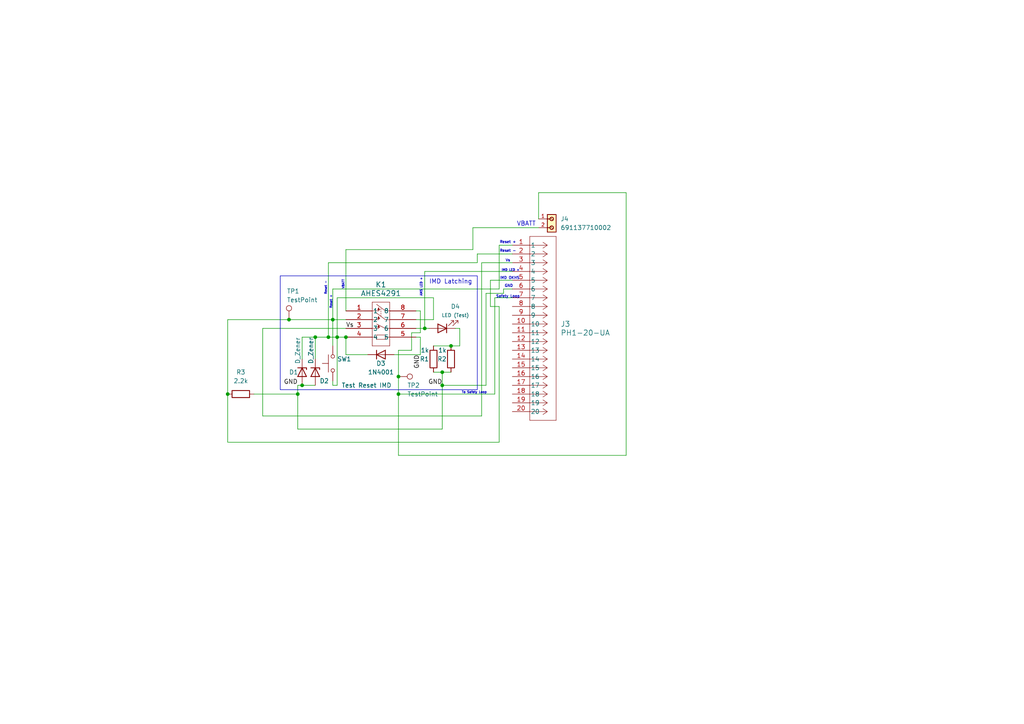
<source format=kicad_sch>
(kicad_sch (version 20231120) (generator "eeschema") (generator_version "8.0")
  (paper "A4")
  (lib_symbols
    (symbol "691137710002:691137710002" (pin_names (offset 1.016))
      (property "Reference" "J" (at -4.88 -0.922 0))
      (symbol "691137710002_0_0"
        (rectangle (start -3.81 -2.54) (end 1.27 0) (stroke (width 0.254)) (fill (type background)))
        (circle (center -2.54 -1.27) (radius 0.508) (stroke (width 0.254)))
        (circle (center 0 -1.27) (radius 0.508) (stroke (width 0.254)))
        (polyline (pts (xy -2.54 -1.778) (xy -2.54 -2.54)) (stroke (width 0.254)))
        (polyline (pts (xy -2.286 -1.016) (xy -2.794 -1.524)) (stroke (width 0.1524)))
        (polyline (pts (xy 0 -1.778) (xy 0 -2.54)) (stroke (width 0.254)))
        (polyline (pts (xy 0.254 -1.016) (xy -0.254 -1.524)) (stroke (width 0.1524)))
        (pin passive line (at -2.54 -5.08 90) (length 2.54) (name "~") (number "1"))
        (pin passive line (at 0 -5.08 90) (length 2.54) (name "~") (number "2"))
      )
    )
    (symbol "Connector:TestPoint" (pin_numbers hide) (pin_names (offset 0.762) hide)
      (property "Reference" "TP" (at 0 6.858 0))
      (property "Value" "TestPoint" (at 0 5.08 0))
      (symbol "TestPoint_0_1"
        (circle (center 0 3.302) (radius 0.762))
      )
      (symbol "TestPoint_1_1"
        (pin passive line (at 0 0 90) (length 2.54) (name "1") (number "1"))
      )
    )
    (symbol "Device:D_Zener" (pin_numbers hide) (pin_names (offset 1.016) hide)
      (property "Reference" "D" (at 0 2.54 0))
      (property "Value" "D_Zener" (at 0 -2.54 0))
      (symbol "D_Zener_0_1"
        (polyline (pts (xy 1.27 0) (xy -1.27 0)))
        (polyline (pts (xy -1.27 -1.27) (xy -1.27 1.27) (xy -0.762 1.27)) (stroke (width 0.254)))
        (polyline (pts (xy 1.27 -1.27) (xy 1.27 1.27) (xy -1.27 0) (xy 1.27 -1.27)) (stroke (width 0.254)))
      )
      (symbol "D_Zener_1_1"
        (pin passive line (at -3.81 0 0) (length 2.54) (name "K") (number "1"))
        (pin passive line (at 3.81 0 180) (length 2.54) (name "A") (number "2"))
      )
    )
    (symbol "Device:LED" (pin_numbers hide) (pin_names (offset 1.016) hide)
      (property "Reference" "D" (at 0 2.54 0))
      (property "Value" "LED" (at 0 -2.54 0))
      (symbol "LED_0_1"
        (polyline (pts (xy -1.27 -1.27) (xy -1.27 1.27)) (stroke (width 0.254)))
        (polyline (pts (xy -1.27 0) (xy 1.27 0)))
        (polyline (pts (xy 1.27 -1.27) (xy 1.27 1.27) (xy -1.27 0) (xy 1.27 -1.27)) (stroke (width 0.254)))
        (polyline (pts (xy -3.048 -0.762) (xy -4.572 -2.286) (xy -3.81 -2.286) (xy -4.572 -2.286) (xy -4.572 -1.524)))
        (polyline (pts (xy -1.778 -0.762) (xy -3.302 -2.286) (xy -2.54 -2.286) (xy -3.302 -2.286) (xy -3.302 -1.524)))
      )
      (symbol "LED_1_1"
        (pin passive line (at -3.81 0 0) (length 2.54) (name "K") (number "1"))
        (pin passive line (at 3.81 0 180) (length 2.54) (name "A") (number "2"))
      )
    )
    (symbol "Device:R" (pin_numbers hide) (pin_names (offset 0))
      (property "Reference" "R" (at 2.032 0 90))
      (property "Value" "R" (at 0 0 90))
      (symbol "R_0_1"
        (rectangle (start -1.016 -2.54) (end 1.016 2.54) (stroke (width 0.254)))
      )
      (symbol "R_1_1"
        (pin passive line (at 0 3.81 270) (length 1.27) (name "~") (number "1"))
        (pin passive line (at 0 -3.81 90) (length 1.27) (name "~") (number "2"))
      )
    )
    (symbol "Diode:1N4001" (pin_numbers hide) (pin_names hide)
      (property "Reference" "D" (at 0 2.54 0))
      (property "Value" "1N4001" (at 0 -2.54 0))
      (symbol "1N4001_0_1"
        (polyline (pts (xy -1.27 1.27) (xy -1.27 -1.27)) (stroke (width 0.254)))
        (polyline (pts (xy 1.27 0) (xy -1.27 0)))
        (polyline (pts (xy 1.27 1.27) (xy 1.27 -1.27) (xy -1.27 0) (xy 1.27 1.27)) (stroke (width 0.254)))
      )
      (symbol "1N4001_1_1"
        (pin passive line (at -3.81 0 0) (length 2.54) (name "K") (number "1"))
        (pin passive line (at 3.81 0 180) (length 2.54) (name "A") (number "2"))
      )
    )
    (symbol "PH1-20-UA:PH1-20-UA" (pin_names (offset 0.254))
      (property "Reference" "J" (at 8.89 6.35 0))
      (property "Value" "PH1-20-UA" (at 0 0 0))
      (symbol "PH1-20-UA_1_1"
        (polyline (pts (xy 5.08 -50.8) (xy 12.7 -50.8)) (stroke (width 0.127)))
        (polyline (pts (xy 5.08 2.54) (xy 5.08 -50.8)) (stroke (width 0.127)))
        (polyline (pts (xy 10.16 -48.26) (xy 5.08 -48.26)) (stroke (width 0.127)))
        (polyline (pts (xy 10.16 -48.26) (xy 8.89 -49.1067)) (stroke (width 0.127)))
        (polyline (pts (xy 10.16 -48.26) (xy 8.89 -47.4133)) (stroke (width 0.127)))
        (polyline (pts (xy 10.16 -45.72) (xy 5.08 -45.72)) (stroke (width 0.127)))
        (polyline (pts (xy 10.16 -45.72) (xy 8.89 -46.5667)) (stroke (width 0.127)))
        (polyline (pts (xy 10.16 -45.72) (xy 8.89 -44.8733)) (stroke (width 0.127)))
        (polyline (pts (xy 10.16 -43.18) (xy 5.08 -43.18)) (stroke (width 0.127)))
        (polyline (pts (xy 10.16 -43.18) (xy 8.89 -44.0267)) (stroke (width 0.127)))
        (polyline (pts (xy 10.16 -43.18) (xy 8.89 -42.3333)) (stroke (width 0.127)))
        (polyline (pts (xy 10.16 -40.64) (xy 5.08 -40.64)) (stroke (width 0.127)))
        (polyline (pts (xy 10.16 -40.64) (xy 8.89 -41.4867)) (stroke (width 0.127)))
        (polyline (pts (xy 10.16 -40.64) (xy 8.89 -39.7933)) (stroke (width 0.127)))
        (polyline (pts (xy 10.16 -38.1) (xy 5.08 -38.1)) (stroke (width 0.127)))
        (polyline (pts (xy 10.16 -38.1) (xy 8.89 -38.9467)) (stroke (width 0.127)))
        (polyline (pts (xy 10.16 -38.1) (xy 8.89 -37.2533)) (stroke (width 0.127)))
        (polyline (pts (xy 10.16 -35.56) (xy 5.08 -35.56)) (stroke (width 0.127)))
        (polyline (pts (xy 10.16 -35.56) (xy 8.89 -36.4067)) (stroke (width 0.127)))
        (polyline (pts (xy 10.16 -35.56) (xy 8.89 -34.7133)) (stroke (width 0.127)))
        (polyline (pts (xy 10.16 -33.02) (xy 5.08 -33.02)) (stroke (width 0.127)))
        (polyline (pts (xy 10.16 -33.02) (xy 8.89 -33.8667)) (stroke (width 0.127)))
        (polyline (pts (xy 10.16 -33.02) (xy 8.89 -32.1733)) (stroke (width 0.127)))
        (polyline (pts (xy 10.16 -30.48) (xy 5.08 -30.48)) (stroke (width 0.127)))
        (polyline (pts (xy 10.16 -30.48) (xy 8.89 -31.3267)) (stroke (width 0.127)))
        (polyline (pts (xy 10.16 -30.48) (xy 8.89 -29.6333)) (stroke (width 0.127)))
        (polyline (pts (xy 10.16 -27.94) (xy 5.08 -27.94)) (stroke (width 0.127)))
        (polyline (pts (xy 10.16 -27.94) (xy 8.89 -28.7867)) (stroke (width 0.127)))
        (polyline (pts (xy 10.16 -27.94) (xy 8.89 -27.0933)) (stroke (width 0.127)))
        (polyline (pts (xy 10.16 -25.4) (xy 5.08 -25.4)) (stroke (width 0.127)))
        (polyline (pts (xy 10.16 -25.4) (xy 8.89 -26.2467)) (stroke (width 0.127)))
        (polyline (pts (xy 10.16 -25.4) (xy 8.89 -24.5533)) (stroke (width 0.127)))
        (polyline (pts (xy 10.16 -22.86) (xy 5.08 -22.86)) (stroke (width 0.127)))
        (polyline (pts (xy 10.16 -22.86) (xy 8.89 -23.7067)) (stroke (width 0.127)))
        (polyline (pts (xy 10.16 -22.86) (xy 8.89 -22.0133)) (stroke (width 0.127)))
        (polyline (pts (xy 10.16 -20.32) (xy 5.08 -20.32)) (stroke (width 0.127)))
        (polyline (pts (xy 10.16 -20.32) (xy 8.89 -21.1667)) (stroke (width 0.127)))
        (polyline (pts (xy 10.16 -20.32) (xy 8.89 -19.4733)) (stroke (width 0.127)))
        (polyline (pts (xy 10.16 -17.78) (xy 5.08 -17.78)) (stroke (width 0.127)))
        (polyline (pts (xy 10.16 -17.78) (xy 8.89 -18.6267)) (stroke (width 0.127)))
        (polyline (pts (xy 10.16 -17.78) (xy 8.89 -16.9333)) (stroke (width 0.127)))
        (polyline (pts (xy 10.16 -15.24) (xy 5.08 -15.24)) (stroke (width 0.127)))
        (polyline (pts (xy 10.16 -15.24) (xy 8.89 -16.0867)) (stroke (width 0.127)))
        (polyline (pts (xy 10.16 -15.24) (xy 8.89 -14.3933)) (stroke (width 0.127)))
        (polyline (pts (xy 10.16 -12.7) (xy 5.08 -12.7)) (stroke (width 0.127)))
        (polyline (pts (xy 10.16 -12.7) (xy 8.89 -13.5467)) (stroke (width 0.127)))
        (polyline (pts (xy 10.16 -12.7) (xy 8.89 -11.8533)) (stroke (width 0.127)))
        (polyline (pts (xy 10.16 -10.16) (xy 5.08 -10.16)) (stroke (width 0.127)))
        (polyline (pts (xy 10.16 -10.16) (xy 8.89 -11.0067)) (stroke (width 0.127)))
        (polyline (pts (xy 10.16 -10.16) (xy 8.89 -9.3133)) (stroke (width 0.127)))
        (polyline (pts (xy 10.16 -7.62) (xy 5.08 -7.62)) (stroke (width 0.127)))
        (polyline (pts (xy 10.16 -7.62) (xy 8.89 -8.4667)) (stroke (width 0.127)))
        (polyline (pts (xy 10.16 -7.62) (xy 8.89 -6.7733)) (stroke (width 0.127)))
        (polyline (pts (xy 10.16 -5.08) (xy 5.08 -5.08)) (stroke (width 0.127)))
        (polyline (pts (xy 10.16 -5.08) (xy 8.89 -5.9267)) (stroke (width 0.127)))
        (polyline (pts (xy 10.16 -5.08) (xy 8.89 -4.2333)) (stroke (width 0.127)))
        (polyline (pts (xy 10.16 -2.54) (xy 5.08 -2.54)) (stroke (width 0.127)))
        (polyline (pts (xy 10.16 -2.54) (xy 8.89 -3.3867)) (stroke (width 0.127)))
        (polyline (pts (xy 10.16 -2.54) (xy 8.89 -1.6933)) (stroke (width 0.127)))
        (polyline (pts (xy 10.16 0) (xy 5.08 0)) (stroke (width 0.127)))
        (polyline (pts (xy 10.16 0) (xy 8.89 -0.8467)) (stroke (width 0.127)))
        (polyline (pts (xy 10.16 0) (xy 8.89 0.8467)) (stroke (width 0.127)))
        (polyline (pts (xy 12.7 -50.8) (xy 12.7 2.54)) (stroke (width 0.127)))
        (polyline (pts (xy 12.7 2.54) (xy 5.08 2.54)) (stroke (width 0.127)))
        (pin unspecified line (at 0 0 0) (length 5.08) (name "1") (number "1"))
        (pin unspecified line (at 0 -22.86 0) (length 5.08) (name "10") (number "10"))
        (pin unspecified line (at 0 -25.4 0) (length 5.08) (name "11") (number "11"))
        (pin unspecified line (at 0 -27.94 0) (length 5.08) (name "12") (number "12"))
        (pin unspecified line (at 0 -30.48 0) (length 5.08) (name "13") (number "13"))
        (pin unspecified line (at 0 -33.02 0) (length 5.08) (name "14") (number "14"))
        (pin unspecified line (at 0 -35.56 0) (length 5.08) (name "15") (number "15"))
        (pin unspecified line (at 0 -38.1 0) (length 5.08) (name "16") (number "16"))
        (pin unspecified line (at 0 -40.64 0) (length 5.08) (name "17") (number "17"))
        (pin unspecified line (at 0 -43.18 0) (length 5.08) (name "18") (number "18"))
        (pin unspecified line (at 0 -45.72 0) (length 5.08) (name "19") (number "19"))
        (pin unspecified line (at 0 -2.54 0) (length 5.08) (name "2") (number "2"))
        (pin unspecified line (at 0 -48.26 0) (length 5.08) (name "20") (number "20"))
        (pin unspecified line (at 0 -5.08 0) (length 5.08) (name "3") (number "3"))
        (pin unspecified line (at 0 -7.62 0) (length 5.08) (name "4") (number "4"))
        (pin unspecified line (at 0 -10.16 0) (length 5.08) (name "5") (number "5"))
        (pin unspecified line (at 0 -12.7 0) (length 5.08) (name "6") (number "6"))
        (pin unspecified line (at 0 -15.24 0) (length 5.08) (name "7") (number "7"))
        (pin unspecified line (at 0 -17.78 0) (length 5.08) (name "8") (number "8"))
        (pin unspecified line (at 0 -20.32 0) (length 5.08) (name "9") (number "9"))
      )
      (symbol "PH1-20-UA_1_2"
        (polyline (pts (xy 5.08 -50.8) (xy 12.7 -50.8)) (stroke (width 0.127)))
        (polyline (pts (xy 5.08 2.54) (xy 5.08 -50.8)) (stroke (width 0.127)))
        (polyline (pts (xy 7.62 -48.26) (xy 5.08 -48.26)) (stroke (width 0.127)))
        (polyline (pts (xy 7.62 -48.26) (xy 8.89 -49.1067)) (stroke (width 0.127)))
        (polyline (pts (xy 7.62 -48.26) (xy 8.89 -47.4133)) (stroke (width 0.127)))
        (polyline (pts (xy 7.62 -45.72) (xy 5.08 -45.72)) (stroke (width 0.127)))
        (polyline (pts (xy 7.62 -45.72) (xy 8.89 -46.5667)) (stroke (width 0.127)))
        (polyline (pts (xy 7.62 -45.72) (xy 8.89 -44.8733)) (stroke (width 0.127)))
        (polyline (pts (xy 7.62 -43.18) (xy 5.08 -43.18)) (stroke (width 0.127)))
        (polyline (pts (xy 7.62 -43.18) (xy 8.89 -44.0267)) (stroke (width 0.127)))
        (polyline (pts (xy 7.62 -43.18) (xy 8.89 -42.3333)) (stroke (width 0.127)))
        (polyline (pts (xy 7.62 -40.64) (xy 5.08 -40.64)) (stroke (width 0.127)))
        (polyline (pts (xy 7.62 -40.64) (xy 8.89 -41.4867)) (stroke (width 0.127)))
        (polyline (pts (xy 7.62 -40.64) (xy 8.89 -39.7933)) (stroke (width 0.127)))
        (polyline (pts (xy 7.62 -38.1) (xy 5.08 -38.1)) (stroke (width 0.127)))
        (polyline (pts (xy 7.62 -38.1) (xy 8.89 -38.9467)) (stroke (width 0.127)))
        (polyline (pts (xy 7.62 -38.1) (xy 8.89 -37.2533)) (stroke (width 0.127)))
        (polyline (pts (xy 7.62 -35.56) (xy 5.08 -35.56)) (stroke (width 0.127)))
        (polyline (pts (xy 7.62 -35.56) (xy 8.89 -36.4067)) (stroke (width 0.127)))
        (polyline (pts (xy 7.62 -35.56) (xy 8.89 -34.7133)) (stroke (width 0.127)))
        (polyline (pts (xy 7.62 -33.02) (xy 5.08 -33.02)) (stroke (width 0.127)))
        (polyline (pts (xy 7.62 -33.02) (xy 8.89 -33.8667)) (stroke (width 0.127)))
        (polyline (pts (xy 7.62 -33.02) (xy 8.89 -32.1733)) (stroke (width 0.127)))
        (polyline (pts (xy 7.62 -30.48) (xy 5.08 -30.48)) (stroke (width 0.127)))
        (polyline (pts (xy 7.62 -30.48) (xy 8.89 -31.3267)) (stroke (width 0.127)))
        (polyline (pts (xy 7.62 -30.48) (xy 8.89 -29.6333)) (stroke (width 0.127)))
        (polyline (pts (xy 7.62 -27.94) (xy 5.08 -27.94)) (stroke (width 0.127)))
        (polyline (pts (xy 7.62 -27.94) (xy 8.89 -28.7867)) (stroke (width 0.127)))
        (polyline (pts (xy 7.62 -27.94) (xy 8.89 -27.0933)) (stroke (width 0.127)))
        (polyline (pts (xy 7.62 -25.4) (xy 5.08 -25.4)) (stroke (width 0.127)))
        (polyline (pts (xy 7.62 -25.4) (xy 8.89 -26.2467)) (stroke (width 0.127)))
        (polyline (pts (xy 7.62 -25.4) (xy 8.89 -24.5533)) (stroke (width 0.127)))
        (polyline (pts (xy 7.62 -22.86) (xy 5.08 -22.86)) (stroke (width 0.127)))
        (polyline (pts (xy 7.62 -22.86) (xy 8.89 -23.7067)) (stroke (width 0.127)))
        (polyline (pts (xy 7.62 -22.86) (xy 8.89 -22.0133)) (stroke (width 0.127)))
        (polyline (pts (xy 7.62 -20.32) (xy 5.08 -20.32)) (stroke (width 0.127)))
        (polyline (pts (xy 7.62 -20.32) (xy 8.89 -21.1667)) (stroke (width 0.127)))
        (polyline (pts (xy 7.62 -20.32) (xy 8.89 -19.4733)) (stroke (width 0.127)))
        (polyline (pts (xy 7.62 -17.78) (xy 5.08 -17.78)) (stroke (width 0.127)))
        (polyline (pts (xy 7.62 -17.78) (xy 8.89 -18.6267)) (stroke (width 0.127)))
        (polyline (pts (xy 7.62 -17.78) (xy 8.89 -16.9333)) (stroke (width 0.127)))
        (polyline (pts (xy 7.62 -15.24) (xy 5.08 -15.24)) (stroke (width 0.127)))
        (polyline (pts (xy 7.62 -15.24) (xy 8.89 -16.0867)) (stroke (width 0.127)))
        (polyline (pts (xy 7.62 -15.24) (xy 8.89 -14.3933)) (stroke (width 0.127)))
        (polyline (pts (xy 7.62 -12.7) (xy 5.08 -12.7)) (stroke (width 0.127)))
        (polyline (pts (xy 7.62 -12.7) (xy 8.89 -13.5467)) (stroke (width 0.127)))
        (polyline (pts (xy 7.62 -12.7) (xy 8.89 -11.8533)) (stroke (width 0.127)))
        (polyline (pts (xy 7.62 -10.16) (xy 5.08 -10.16)) (stroke (width 0.127)))
        (polyline (pts (xy 7.62 -10.16) (xy 8.89 -11.0067)) (stroke (width 0.127)))
        (polyline (pts (xy 7.62 -10.16) (xy 8.89 -9.3133)) (stroke (width 0.127)))
        (polyline (pts (xy 7.62 -7.62) (xy 5.08 -7.62)) (stroke (width 0.127)))
        (polyline (pts (xy 7.62 -7.62) (xy 8.89 -8.4667)) (stroke (width 0.127)))
        (polyline (pts (xy 7.62 -7.62) (xy 8.89 -6.7733)) (stroke (width 0.127)))
        (polyline (pts (xy 7.62 -5.08) (xy 5.08 -5.08)) (stroke (width 0.127)))
        (polyline (pts (xy 7.62 -5.08) (xy 8.89 -5.9267)) (stroke (width 0.127)))
        (polyline (pts (xy 7.62 -5.08) (xy 8.89 -4.2333)) (stroke (width 0.127)))
        (polyline (pts (xy 7.62 -2.54) (xy 5.08 -2.54)) (stroke (width 0.127)))
        (polyline (pts (xy 7.62 -2.54) (xy 8.89 -3.3867)) (stroke (width 0.127)))
        (polyline (pts (xy 7.62 -2.54) (xy 8.89 -1.6933)) (stroke (width 0.127)))
        (polyline (pts (xy 7.62 0) (xy 5.08 0)) (stroke (width 0.127)))
        (polyline (pts (xy 7.62 0) (xy 8.89 -0.8467)) (stroke (width 0.127)))
        (polyline (pts (xy 7.62 0) (xy 8.89 0.8467)) (stroke (width 0.127)))
        (polyline (pts (xy 12.7 -50.8) (xy 12.7 2.54)) (stroke (width 0.127)))
        (polyline (pts (xy 12.7 2.54) (xy 5.08 2.54)) (stroke (width 0.127)))
        (pin unspecified line (at 0 0 0) (length 5.08) (name "1") (number "1"))
        (pin unspecified line (at 0 -22.86 0) (length 5.08) (name "10") (number "10"))
        (pin unspecified line (at 0 -25.4 0) (length 5.08) (name "11") (number "11"))
        (pin unspecified line (at 0 -27.94 0) (length 5.08) (name "12") (number "12"))
        (pin unspecified line (at 0 -30.48 0) (length 5.08) (name "13") (number "13"))
        (pin unspecified line (at 0 -33.02 0) (length 5.08) (name "14") (number "14"))
        (pin unspecified line (at 0 -35.56 0) (length 5.08) (name "15") (number "15"))
        (pin unspecified line (at 0 -38.1 0) (length 5.08) (name "16") (number "16"))
        (pin unspecified line (at 0 -40.64 0) (length 5.08) (name "17") (number "17"))
        (pin unspecified line (at 0 -43.18 0) (length 5.08) (name "18") (number "18"))
        (pin unspecified line (at 0 -45.72 0) (length 5.08) (name "19") (number "19"))
        (pin unspecified line (at 0 -2.54 0) (length 5.08) (name "2") (number "2"))
        (pin unspecified line (at 0 -48.26 0) (length 5.08) (name "20") (number "20"))
        (pin unspecified line (at 0 -5.08 0) (length 5.08) (name "3") (number "3"))
        (pin unspecified line (at 0 -7.62 0) (length 5.08) (name "4") (number "4"))
        (pin unspecified line (at 0 -10.16 0) (length 5.08) (name "5") (number "5"))
        (pin unspecified line (at 0 -12.7 0) (length 5.08) (name "6") (number "6"))
        (pin unspecified line (at 0 -15.24 0) (length 5.08) (name "7") (number "7"))
        (pin unspecified line (at 0 -17.78 0) (length 5.08) (name "8") (number "8"))
        (pin unspecified line (at 0 -20.32 0) (length 5.08) (name "9") (number "9"))
      )
    )
    (symbol "Relay:AHES4291" (pin_names (offset 0.254))
      (property "Reference" "K" (at 10.16 7.62 0))
      (property "Value" "AHES4291" (at 10.16 5.08 0))
      (symbol "AHES4291_0_1"
        (polyline (pts (xy 7.62 -10.16) (xy 12.7 -10.16)) (stroke (width 0.127)))
        (polyline (pts (xy 7.62 -7.62) (xy 8.89 -7.62)) (stroke (width 0.127)))
        (polyline (pts (xy 7.62 -5.08) (xy 9.525 -5.08)) (stroke (width 0.127)))
        (polyline (pts (xy 7.62 -2.54) (xy 9.525 -2.54)) (stroke (width 0.127)))
        (polyline (pts (xy 7.62 0) (xy 9.525 0)) (stroke (width 0.127)))
        (polyline (pts (xy 7.62 2.54) (xy 7.62 -10.16)) (stroke (width 0.127)))
        (polyline (pts (xy 8.89 -8.255) (xy 11.43 -8.255)) (stroke (width 0.127)))
        (polyline (pts (xy 8.89 -6.985) (xy 8.89 -8.255)) (stroke (width 0.127)))
        (polyline (pts (xy 8.89 -3.81) (xy 11.43 -5.08)) (stroke (width 0.127)))
        (polyline (pts (xy 8.89 -0.635) (xy 11.43 -2.54)) (stroke (width 0.127)))
        (polyline (pts (xy 8.89 1.905) (xy 11.43 0)) (stroke (width 0.127)))
        (polyline (pts (xy 9.525 -4.445) (xy 9.525 -5.08)) (stroke (width 0.127)))
        (polyline (pts (xy 9.525 -1.905) (xy 9.525 -2.54)) (stroke (width 0.127)))
        (polyline (pts (xy 9.525 0.635) (xy 9.525 0)) (stroke (width 0.127)))
        (polyline (pts (xy 10.16 -1.5875) (xy 10.16 -1.27)) (stroke (width 0.127)))
        (polyline (pts (xy 10.16 -0.635) (xy 10.16 -0.9525)) (stroke (width 0.127)))
        (polyline (pts (xy 10.16 -0.3175) (xy 10.16 0)) (stroke (width 0.127)))
        (polyline (pts (xy 10.16 0.635) (xy 10.16 0.3175)) (stroke (width 0.127)))
        (polyline (pts (xy 11.43 -8.255) (xy 11.43 -6.985)) (stroke (width 0.127)))
        (polyline (pts (xy 11.43 -6.985) (xy 8.89 -6.985)) (stroke (width 0.127)))
        (polyline (pts (xy 11.43 -5.08) (xy 12.7 -5.08)) (stroke (width 0.127)))
        (polyline (pts (xy 11.43 -2.54) (xy 12.7 -2.54)) (stroke (width 0.127)))
        (polyline (pts (xy 11.43 0) (xy 12.7 0)) (stroke (width 0.127)))
        (polyline (pts (xy 12.7 -10.16) (xy 12.7 2.54)) (stroke (width 0.127)))
        (polyline (pts (xy 12.7 -7.62) (xy 11.43 -7.62)) (stroke (width 0.127)))
        (polyline (pts (xy 12.7 2.54) (xy 7.62 2.54)) (stroke (width 0.127)))
        (polyline (pts (xy 9.525 -4.1275) (xy 9.2075 -4.7625) (xy 9.8425 -4.7625)) (fill (type outline)))
        (polyline (pts (xy 9.525 -1.5875) (xy 9.2075 -2.2225) (xy 9.8425 -2.2225)) (fill (type outline)))
        (polyline (pts (xy 9.525 0.9525) (xy 9.2075 0.3175) (xy 9.8425 0.3175)) (fill (type outline)))
        (pin unspecified line (at 0 0 0) (length 7.62) (name "1") (number "1"))
        (pin unspecified line (at 0 -2.54 0) (length 7.62) (name "2") (number "2"))
        (pin unspecified line (at 0 -5.08 0) (length 7.62) (name "3") (number "3"))
        (pin unspecified line (at 0 -7.62 0) (length 7.62) (name "4") (number "4"))
        (pin unspecified line (at 20.32 -7.62 180) (length 7.62) (name "5") (number "5"))
        (pin unspecified line (at 20.32 -5.08 180) (length 7.62) (name "6") (number "6"))
        (pin unspecified line (at 20.32 -2.54 180) (length 7.62) (name "7") (number "7"))
        (pin unspecified line (at 20.32 0 180) (length 7.62) (name "8") (number "8"))
      )
    )
    (symbol "Switch:SW_Push" (pin_numbers hide) (pin_names (offset 1.016) hide)
      (property "Reference" "SW" (at 1.27 2.54 0))
      (property "Value" "SW_Push" (at 0 -1.524 0))
      (symbol "SW_Push_0_1"
        (circle (center -2.032 0) (radius 0.508))
        (polyline (pts (xy 0 1.27) (xy 0 3.048)))
        (polyline (pts (xy 2.54 1.27) (xy -2.54 1.27)))
        (circle (center 2.032 0) (radius 0.508))
        (pin passive line (at -5.08 0 0) (length 2.54) (name "1") (number "1"))
        (pin passive line (at 5.08 0 180) (length 2.54) (name "2") (number "2"))
      )
    )
  )
  (junction (at 86.36 114.3))
  (junction (at 96.52 92.71))
  (junction (at 130.81 100.33))
  (junction (at 87.63 111.76))
  (junction (at 128.27 107.95))
  (junction (at 66.04 114.3))
  (junction (at 100.33 97.79))
  (junction (at 95.25 97.79))
  (junction (at 97.79 97.79))
  (junction (at 91.44 97.79))
  (junction (at 83.82 92.71))
  (junction (at 115.57 109.22))
  (junction (at 115.57 114.3))
  (junction (at 123.19 95.25))
  (junction (at 128.27 111.76))
  (wire (pts (xy 96.52 92.71) (xy 100.33 92.71)))
  (wire (pts (xy 91.44 97.79) (xy 91.44 104.14)))
  (wire (pts (xy 87.63 97.79) (xy 91.44 97.79)))
  (wire (pts (xy 137.16 72.39) (xy 137.16 66.04)))
  (wire (pts (xy 87.63 111.76) (xy 91.44 111.76)))
  (wire (pts (xy 125.73 100.33) (xy 130.81 100.33)))
  (wire (pts (xy 86.36 114.3) (xy 86.36 124.46)))
  (wire (pts (xy 123.19 78.74) (xy 123.19 95.25)))
  (wire (pts (xy 97.79 97.79) (xy 100.33 97.79)))
  (wire (pts (xy 114.3 102.87) (xy 121.92 102.87)))
  (wire (pts (xy 119.38 96.52) (xy 119.38 101.6)))
  (wire (pts (xy 100.33 90.17) (xy 100.33 72.39)))
  (wire (pts (xy 138.43 76.2) (xy 138.43 73.66)))
  (wire (pts (xy 125.73 86.36) (xy 97.79 86.36)))
  (wire (pts (xy 123.19 78.74) (xy 148.59 78.74)))
  (wire (pts (xy 115.57 132.08) (xy 181.61 132.08)))
  (wire (pts (xy 144.78 83.82) (xy 96.52 83.82)))
  (wire (pts (xy 76.2 120.65) (xy 139.7 120.65)))
  (wire (pts (xy 120.65 97.79) (xy 121.92 97.79)))
  (wire (pts (xy 144.78 71.12) (xy 148.59 71.12)))
  (wire (pts (xy 144.78 128.27) (xy 66.04 128.27)))
  (wire (pts (xy 100.33 95.25) (xy 76.2 95.25)))
  (wire (pts (xy 142.24 88.9) (xy 144.78 88.9)))
  (wire (pts (xy 96.52 83.82) (xy 96.52 92.71)))
  (wire (pts (xy 97.79 97.79) (xy 95.25 97.79)))
  (wire (pts (xy 115.57 114.3) (xy 115.57 132.08)))
  (wire (pts (xy 86.36 111.76) (xy 86.36 114.3)))
  (wire (pts (xy 97.79 97.79) (xy 97.79 111.76)))
  (wire (pts (xy 142.24 81.28) (xy 148.59 81.28)))
  (wire (pts (xy 83.82 92.71) (xy 96.52 92.71)))
  (wire (pts (xy 181.61 55.88) (xy 156.21 55.88)))
  (wire (pts (xy 120.65 92.71) (xy 125.73 92.71)))
  (wire (pts (xy 139.7 76.2) (xy 139.7 120.65)))
  (wire (pts (xy 66.04 114.3) (xy 66.04 92.71)))
  (wire (pts (xy 96.52 92.71) (xy 96.52 100.33)))
  (wire (pts (xy 100.33 97.79) (xy 100.33 102.87)))
  (wire (pts (xy 140.97 111.76) (xy 140.97 85.09)))
  (wire (pts (xy 95.25 76.2) (xy 95.25 97.79)))
  (wire (pts (xy 120.65 95.25) (xy 123.19 95.25)))
  (wire (pts (xy 137.16 66.04) (xy 156.21 66.04)))
  (wire (pts (xy 130.81 100.33) (xy 133.35 100.33)))
  (wire (pts (xy 121.92 90.17) (xy 121.92 96.52)))
  (wire (pts (xy 96.52 111.76) (xy 96.52 110.49)))
  (wire (pts (xy 66.04 92.71) (xy 83.82 92.71)))
  (wire (pts (xy 140.97 85.09) (xy 146.05 85.09)))
  (wire (pts (xy 121.92 97.79) (xy 121.92 102.87)))
  (wire (pts (xy 128.27 111.76) (xy 128.27 124.46)))
  (wire (pts (xy 128.27 107.95) (xy 128.27 111.76)))
  (wire (pts (xy 115.57 109.22) (xy 115.57 114.3)))
  (wire (pts (xy 86.36 124.46) (xy 128.27 124.46)))
  (wire (pts (xy 66.04 128.27) (xy 66.04 114.3)))
  (wire (pts (xy 132.08 95.25) (xy 133.35 95.25)))
  (wire (pts (xy 128.27 107.95) (xy 125.73 107.95)))
  (wire (pts (xy 120.65 90.17) (xy 121.92 90.17)))
  (wire (pts (xy 181.61 132.08) (xy 181.61 55.88)))
  (wire (pts (xy 146.05 83.82) (xy 148.59 83.82)))
  (wire (pts (xy 130.81 107.95) (xy 128.27 107.95)))
  (wire (pts (xy 97.79 111.76) (xy 96.52 111.76)))
  (wire (pts (xy 143.51 86.36) (xy 148.59 86.36)))
  (wire (pts (xy 115.57 114.3) (xy 143.51 114.3)))
  (wire (pts (xy 97.79 86.36) (xy 97.79 97.79)))
  (wire (pts (xy 128.27 111.76) (xy 140.97 111.76)))
  (wire (pts (xy 76.2 95.25) (xy 76.2 120.65)))
  (wire (pts (xy 73.66 114.3) (xy 86.36 114.3)))
  (wire (pts (xy 121.92 96.52) (xy 119.38 96.52)))
  (wire (pts (xy 144.78 88.9) (xy 144.78 128.27)))
  (wire (pts (xy 86.36 111.76) (xy 87.63 111.76)))
  (wire (pts (xy 123.19 95.25) (xy 124.46 95.25)))
  (wire (pts (xy 146.05 85.09) (xy 146.05 83.82)))
  (wire (pts (xy 156.21 55.88) (xy 156.21 63.5)))
  (wire (pts (xy 87.63 104.14) (xy 87.63 97.79)))
  (wire (pts (xy 91.44 97.79) (xy 95.25 97.79)))
  (wire (pts (xy 100.33 72.39) (xy 137.16 72.39)))
  (wire (pts (xy 125.73 92.71) (xy 125.73 86.36)))
  (wire (pts (xy 138.43 73.66) (xy 148.59 73.66)))
  (wire (pts (xy 100.33 102.87) (xy 106.68 102.87)))
  (wire (pts (xy 139.7 76.2) (xy 148.59 76.2)))
  (wire (pts (xy 143.51 114.3) (xy 143.51 86.36)))
  (wire (pts (xy 142.24 81.28) (xy 142.24 88.9)))
  (wire (pts (xy 144.78 83.82) (xy 144.78 71.12)))
  (wire (pts (xy 115.57 101.6) (xy 115.57 109.22)))
  (wire (pts (xy 95.25 76.2) (xy 138.43 76.2)))
  (wire (pts (xy 119.38 101.6) (xy 115.57 101.6)))
  (wire (pts (xy 133.35 95.25) (xy 133.35 100.33)))
  (rectangle (start 81.28 80.01) (end 138.43 113.03))
  (text "VBATT" (at 152.654 65.024 0) (effects (font (size 1.27 1.27))))
  (text "VBATT" (at 99.568 82.55 90) (effects (font (size 0.635 0.635))))
  (text "IMD LED +" (at 148.082 78.486 0) (effects (font (size 0.635 0.635))))
  (text "To Safety Loop" (at 133.858 114.3 0) (effects (font (size 0.635 0.635)) (justify left bottom)))
  (text "IMD OKHS" (at 147.828 80.772 0) (effects (font (size 0.762 0.762))))
  (text "Reset -" (at 147.32 72.898 0) (effects (font (size 0.762 0.762))))
  (text "Reset +" (at 147.32 70.358 0) (effects (font (size 0.762 0.762))))
  (text "AMS LED +" (at 122.174 83.312 90) (effects (font (size 0.635 0.635))))
  (text "Safety Loop" (at 147.32 86.106 0) (effects (font (size 0.762 0.762))))
  (text "Reset +" (at 96.012 87.63 90) (effects (font (size 0.635 0.635))))
  (text "Reset -" (at 94.488 83.566 90) (effects (font (size 0.635 0.635))))
  (text "GND" (at 147.574 83.058 0) (effects (font (size 0.762 0.762))))
  (text "Vs" (at 147.32 75.692 0) (effects (font (size 0.762 0.762))))
  (text "IMD Latching" (at 124.46 82.55 0) (effects (font (size 1.27 1.27)) (justify left bottom)))
  (label "Vs" (at 100.33 95.25 0))
  (label "GND" (at 121.92 102.87 270))
  (label "GND" (at 86.36 111.76 180))
  (label "GND" (at 128.27 111.76 180))
  (symbol (lib_id "Device:LED") (at 128.27 95.25 180) (unit 1)
    (property "Reference" "D4" (at 132.08 88.9 0))
    (property "Value" "LED (Test)" (at 132.08 91.44 0) (effects (font (size 1 1))))
    (property "Footprint" "AP3216SYD:LED_AP3216SYD_KNB-L" (effects (hide yes)))
  )
  (symbol (lib_id "Diode:1N4001") (at 110.49 102.87 0) (unit 1)
    (property "Reference" "D3" (at 110.49 105.41 0))
    (property "Value" "1N4001" (at 110.49 107.95 0))
    (property "Footprint" "Diode_THT:D_DO-41_SOD81_P10.16mm_Horizontal" (effects (hide yes)))
    (property "Datasheet" "http://www.vishay.com/docs/88503/1n4001.pdf" (effects (hide yes)))
    (property "Sim.Device" "D" (effects (hide yes)))
    (property "Sim.Pins" "1=K 2=A" (effects (hide yes)))
  )
  (symbol (lib_id "691137710002:691137710002") (at 161.29 66.04 270) (unit 1)
    (property "Reference" "J4" (at 162.56 63.4999 90) (effects (justify left)))
    (property "Value" "691137710002" (at 162.56 66.0399 90) (effects (justify left)))
    (property "Footprint" "691137710002:691137710002" (effects (hide yes)))
    (property "WIRE" "12 to 30 (AWG) 3.31 to 0.05 (mm²)" (effects (hide yes)))
    (property "MOUNT" "THT" (effects (hide yes)))
    (property "IR-VDE" "24A" (effects (hide yes)))
    (property "IR-UL" "16A" (effects (hide yes)))
    (property "VALUE" "691137710002" (effects (hide yes)))
    (property "WORKING-VOLTAGE-UL" "300V(AC)" (effects (hide yes)))
    (property "PART-NUMBER" "691137710002" (effects (hide yes)))
    (property "DATASHEET-URL" "https://www.we-online.com/catalog/datasheet/691137710002.pdf" (effects (hide yes)))
    (property "PITCH" "5mm" (effects (hide yes)))
    (property "PINS" "2" (effects (hide yes)))
    (property "WORKING-VOLTAGE-VDE" "250V(AC)" (effects (hide yes)))
    (property "TYPE" "Horizontal" (effects (hide yes)))
  )
  (symbol (lib_id "Connector:TestPoint") (at 115.57 109.22 270) (unit 1)
    (property "Reference" "TP2" (at 118.11 111.76 90) (effects (justify left)))
    (property "Value" "TestPoint" (at 118.11 114.3 90) (effects (justify left)))
    (property "Footprint" "TestPoint:TestPoint_Loop_D2.60mm_Drill1.6mm_Beaded" (effects (hide yes)))
  )
  (symbol (lib_id "Device:R") (at 130.81 104.14 180) (unit 1)
    (property "Reference" "R2" (at 129.54 104.14 0) (effects (justify left)))
    (property "Value" "1k" (at 129.54 101.6 0) (effects (justify left)))
    (property "Footprint" "CF14JT10K0:STA_CF14_STP" (effects (hide yes)))
  )
  (symbol (lib_id "Switch:SW_Push") (at 96.52 105.41 90) (unit 1)
    (property "Reference" "SW1" (at 97.79 104.14 90) (effects (justify right)))
    (property "Value" "Test Reset IMD" (at 99.06 111.76 90) (effects (justify right)))
    (property "Footprint" "1825910-6:SW4_1825910-B_TEC" (effects (hide yes)))
  )
  (symbol (lib_id "Relay:AHES4291") (at 100.33 90.17 0) (unit 1)
    (property "Reference" "K1" (at 110.49 82.55 0) (effects (font (size 1.524 1.524))))
    (property "Value" "AHES4291" (at 110.49 85.09 0) (effects (font (size 1.524 1.524))))
    (property "Footprint" "AHES4291:AHES4_PAN" (effects (hide yes)))
    (property "Datasheet" "AHES4291" (effects (hide yes)))
  )
  (symbol (lib_id "PH1-20-UA:PH1-20-UA") (at 148.59 71.12 0) (unit 1)
    (property "Reference" "J3" (at 162.56 93.9799 0) (effects (font (size 1.524 1.524)) (justify left)))
    (property "Value" "PH1-20-UA" (at 162.56 96.5199 0) (effects (font (size 1.524 1.524)) (justify left)))
    (property "Footprint" "PH1-20-UA:CONN_PH1-20-UA_ADM" (effects (hide yes)))
    (property "Datasheet" "PH1-20-UA" (effects (hide yes)))
  )
  (symbol (lib_id "Device:R") (at 125.73 104.14 180) (unit 1)
    (property "Reference" "R1" (at 124.46 104.14 0) (effects (justify left)))
    (property "Value" "1k" (at 124.46 101.6 0) (effects (justify left)))
    (property "Footprint" "CF14JT10K0:STA_CF14_STP" (effects (hide yes)))
  )
  (symbol (lib_id "Device:D_Zener") (at 87.63 107.95 270) (unit 1)
    (property "Reference" "D1" (at 83.82 107.95 90) (effects (justify left)))
    (property "Value" "D_Zener" (at 86.36 97.79 0) (effects (justify left)))
    (property "Footprint" "RMCF0603FT1K00:RESC1508X55N" (effects (hide yes)))
  )
  (symbol (lib_id "Connector:TestPoint") (at 83.82 92.71 0) (unit 1)
    (property "Reference" "TP1" (at 83.185 84.455 0) (effects (justify left)))
    (property "Value" "TestPoint" (at 83.185 86.995 0) (effects (justify left)))
    (property "Footprint" "TestPoint:TestPoint_Loop_D2.60mm_Drill1.6mm_Beaded" (effects (hide yes)))
  )
  (symbol (lib_id "Device:D_Zener") (at 91.44 107.95 270) (unit 1)
    (property "Reference" "D2" (at 92.71 110.49 90) (effects (justify left)))
    (property "Value" "D_Zener" (at 90.17 97.79 0) (effects (justify left)))
    (property "Footprint" "RMCF0603FT1K00:RESC1508X55N" (effects (hide yes)))
  )
  (symbol (lib_id "Device:R") (at 69.85 114.3 90) (unit 1)
    (property "Reference" "R3" (at 69.85 107.95 90))
    (property "Value" "2.2k" (at 69.85 110.49 90))
    (property "Footprint" "CF14JT10K0:STA_CF14_STP" (effects (hide yes)))
    (property "Description" "Resistor" (effects (hide yes)))
  )
)
</source>
